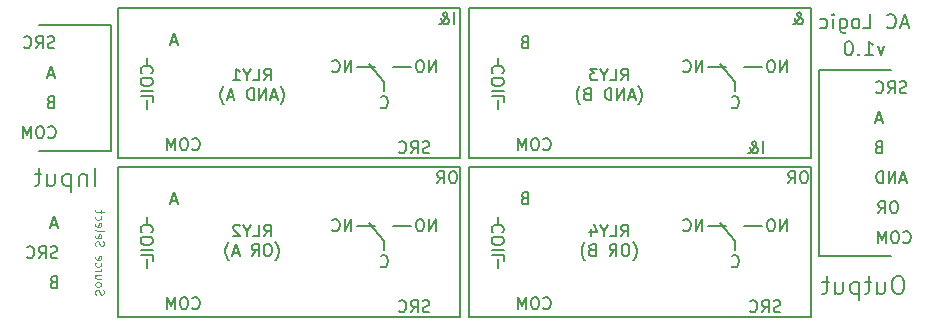
<source format=gbr>
G04 #@! TF.FileFunction,Legend,Bot*
%FSLAX46Y46*%
G04 Gerber Fmt 4.6, Leading zero omitted, Abs format (unit mm)*
G04 Created by KiCad (PCBNEW 4.0.7) date 02/04/19 17:51:41*
%MOMM*%
%LPD*%
G01*
G04 APERTURE LIST*
%ADD10C,0.100000*%
%ADD11C,0.200000*%
%ADD12C,0.150000*%
G04 APERTURE END LIST*
D10*
D11*
X121082286Y-90848571D02*
X121082286Y-89348571D01*
X120368000Y-89848571D02*
X120368000Y-90848571D01*
X120368000Y-89991429D02*
X120296572Y-89920000D01*
X120153714Y-89848571D01*
X119939429Y-89848571D01*
X119796572Y-89920000D01*
X119725143Y-90062857D01*
X119725143Y-90848571D01*
X119010857Y-89848571D02*
X119010857Y-91348571D01*
X119010857Y-89920000D02*
X118868000Y-89848571D01*
X118582286Y-89848571D01*
X118439429Y-89920000D01*
X118368000Y-89991429D01*
X118296571Y-90134286D01*
X118296571Y-90562857D01*
X118368000Y-90705714D01*
X118439429Y-90777143D01*
X118582286Y-90848571D01*
X118868000Y-90848571D01*
X119010857Y-90777143D01*
X117010857Y-89848571D02*
X117010857Y-90848571D01*
X117653714Y-89848571D02*
X117653714Y-90634286D01*
X117582286Y-90777143D01*
X117439428Y-90848571D01*
X117225143Y-90848571D01*
X117082286Y-90777143D01*
X117010857Y-90705714D01*
X116510857Y-89848571D02*
X115939428Y-89848571D01*
X116296571Y-89348571D02*
X116296571Y-90634286D01*
X116225143Y-90777143D01*
X116082285Y-90848571D01*
X115939428Y-90848571D01*
X189217715Y-98492571D02*
X188932001Y-98492571D01*
X188789143Y-98564000D01*
X188646286Y-98706857D01*
X188574858Y-98992571D01*
X188574858Y-99492571D01*
X188646286Y-99778286D01*
X188789143Y-99921143D01*
X188932001Y-99992571D01*
X189217715Y-99992571D01*
X189360572Y-99921143D01*
X189503429Y-99778286D01*
X189574858Y-99492571D01*
X189574858Y-98992571D01*
X189503429Y-98706857D01*
X189360572Y-98564000D01*
X189217715Y-98492571D01*
X187289143Y-98992571D02*
X187289143Y-99992571D01*
X187932000Y-98992571D02*
X187932000Y-99778286D01*
X187860572Y-99921143D01*
X187717714Y-99992571D01*
X187503429Y-99992571D01*
X187360572Y-99921143D01*
X187289143Y-99849714D01*
X186789143Y-98992571D02*
X186217714Y-98992571D01*
X186574857Y-98492571D02*
X186574857Y-99778286D01*
X186503429Y-99921143D01*
X186360571Y-99992571D01*
X186217714Y-99992571D01*
X185717714Y-98992571D02*
X185717714Y-100492571D01*
X185717714Y-99064000D02*
X185574857Y-98992571D01*
X185289143Y-98992571D01*
X185146286Y-99064000D01*
X185074857Y-99135429D01*
X185003428Y-99278286D01*
X185003428Y-99706857D01*
X185074857Y-99849714D01*
X185146286Y-99921143D01*
X185289143Y-99992571D01*
X185574857Y-99992571D01*
X185717714Y-99921143D01*
X183717714Y-98992571D02*
X183717714Y-99992571D01*
X184360571Y-98992571D02*
X184360571Y-99778286D01*
X184289143Y-99921143D01*
X184146285Y-99992571D01*
X183932000Y-99992571D01*
X183789143Y-99921143D01*
X183717714Y-99849714D01*
X183217714Y-98992571D02*
X182646285Y-98992571D01*
X183003428Y-98492571D02*
X183003428Y-99778286D01*
X182932000Y-99921143D01*
X182789142Y-99992571D01*
X182646285Y-99992571D01*
D12*
X187896285Y-78990857D02*
X187610571Y-79790857D01*
X187324857Y-78990857D01*
X186239142Y-79790857D02*
X186924857Y-79790857D01*
X186581999Y-79790857D02*
X186581999Y-78590857D01*
X186696285Y-78762286D01*
X186810571Y-78876571D01*
X186924857Y-78933714D01*
X185724857Y-79676571D02*
X185667714Y-79733714D01*
X185724857Y-79790857D01*
X185782000Y-79733714D01*
X185724857Y-79676571D01*
X185724857Y-79790857D01*
X184924856Y-78590857D02*
X184810571Y-78590857D01*
X184696285Y-78648000D01*
X184639142Y-78705143D01*
X184581999Y-78819429D01*
X184524856Y-79048000D01*
X184524856Y-79333714D01*
X184581999Y-79562286D01*
X184639142Y-79676571D01*
X184696285Y-79733714D01*
X184810571Y-79790857D01*
X184924856Y-79790857D01*
X185039142Y-79733714D01*
X185096285Y-79676571D01*
X185153428Y-79562286D01*
X185210571Y-79333714D01*
X185210571Y-79048000D01*
X185153428Y-78819429D01*
X185096285Y-78705143D01*
X185039142Y-78648000D01*
X184924856Y-78590857D01*
X189896286Y-77162000D02*
X189324857Y-77162000D01*
X190010571Y-77504857D02*
X189610571Y-76304857D01*
X189210571Y-77504857D01*
X188124857Y-77390571D02*
X188182000Y-77447714D01*
X188353429Y-77504857D01*
X188467715Y-77504857D01*
X188639143Y-77447714D01*
X188753429Y-77333429D01*
X188810572Y-77219143D01*
X188867715Y-76990571D01*
X188867715Y-76819143D01*
X188810572Y-76590571D01*
X188753429Y-76476286D01*
X188639143Y-76362000D01*
X188467715Y-76304857D01*
X188353429Y-76304857D01*
X188182000Y-76362000D01*
X188124857Y-76419143D01*
X186124857Y-77504857D02*
X186696286Y-77504857D01*
X186696286Y-76304857D01*
X185553428Y-77504857D02*
X185667714Y-77447714D01*
X185724857Y-77390571D01*
X185782000Y-77276286D01*
X185782000Y-76933429D01*
X185724857Y-76819143D01*
X185667714Y-76762000D01*
X185553428Y-76704857D01*
X185382000Y-76704857D01*
X185267714Y-76762000D01*
X185210571Y-76819143D01*
X185153428Y-76933429D01*
X185153428Y-77276286D01*
X185210571Y-77390571D01*
X185267714Y-77447714D01*
X185382000Y-77504857D01*
X185553428Y-77504857D01*
X184124857Y-76704857D02*
X184124857Y-77676286D01*
X184182000Y-77790571D01*
X184239143Y-77847714D01*
X184353428Y-77904857D01*
X184524857Y-77904857D01*
X184639143Y-77847714D01*
X184124857Y-77447714D02*
X184239143Y-77504857D01*
X184467714Y-77504857D01*
X184582000Y-77447714D01*
X184639143Y-77390571D01*
X184696286Y-77276286D01*
X184696286Y-76933429D01*
X184639143Y-76819143D01*
X184582000Y-76762000D01*
X184467714Y-76704857D01*
X184239143Y-76704857D01*
X184124857Y-76762000D01*
X183553429Y-77504857D02*
X183553429Y-76704857D01*
X183553429Y-76304857D02*
X183610572Y-76362000D01*
X183553429Y-76419143D01*
X183496286Y-76362000D01*
X183553429Y-76304857D01*
X183553429Y-76419143D01*
X182467714Y-77447714D02*
X182582000Y-77504857D01*
X182810571Y-77504857D01*
X182924857Y-77447714D01*
X182982000Y-77390571D01*
X183039143Y-77276286D01*
X183039143Y-76933429D01*
X182982000Y-76819143D01*
X182924857Y-76762000D01*
X182810571Y-76704857D01*
X182582000Y-76704857D01*
X182467714Y-76762000D01*
D11*
X182372000Y-81026000D02*
X188468000Y-81026000D01*
X182372000Y-96774000D02*
X182372000Y-81026000D01*
X188468000Y-96774000D02*
X182372000Y-96774000D01*
X122428000Y-87884000D02*
X116332000Y-87884000D01*
X122428000Y-77216000D02*
X122428000Y-87884000D01*
X116332000Y-77216000D02*
X122428000Y-77216000D01*
D10*
X121128667Y-100053333D02*
X121095333Y-99953333D01*
X121095333Y-99786666D01*
X121128667Y-99719999D01*
X121162000Y-99686666D01*
X121228667Y-99653333D01*
X121295333Y-99653333D01*
X121362000Y-99686666D01*
X121395333Y-99719999D01*
X121428667Y-99786666D01*
X121462000Y-99919999D01*
X121495333Y-99986666D01*
X121528667Y-100019999D01*
X121595333Y-100053333D01*
X121662000Y-100053333D01*
X121728667Y-100019999D01*
X121762000Y-99986666D01*
X121795333Y-99919999D01*
X121795333Y-99753333D01*
X121762000Y-99653333D01*
X121095333Y-99253332D02*
X121128667Y-99319999D01*
X121162000Y-99353332D01*
X121228667Y-99386666D01*
X121428667Y-99386666D01*
X121495333Y-99353332D01*
X121528667Y-99319999D01*
X121562000Y-99253332D01*
X121562000Y-99153332D01*
X121528667Y-99086666D01*
X121495333Y-99053332D01*
X121428667Y-99019999D01*
X121228667Y-99019999D01*
X121162000Y-99053332D01*
X121128667Y-99086666D01*
X121095333Y-99153332D01*
X121095333Y-99253332D01*
X121562000Y-98419999D02*
X121095333Y-98419999D01*
X121562000Y-98719999D02*
X121195333Y-98719999D01*
X121128667Y-98686666D01*
X121095333Y-98619999D01*
X121095333Y-98519999D01*
X121128667Y-98453333D01*
X121162000Y-98419999D01*
X121095333Y-98086666D02*
X121562000Y-98086666D01*
X121428667Y-98086666D02*
X121495333Y-98053333D01*
X121528667Y-98020000D01*
X121562000Y-97953333D01*
X121562000Y-97886666D01*
X121128667Y-97353333D02*
X121095333Y-97420000D01*
X121095333Y-97553333D01*
X121128667Y-97620000D01*
X121162000Y-97653333D01*
X121228667Y-97686667D01*
X121428667Y-97686667D01*
X121495333Y-97653333D01*
X121528667Y-97620000D01*
X121562000Y-97553333D01*
X121562000Y-97420000D01*
X121528667Y-97353333D01*
X121128667Y-96786667D02*
X121095333Y-96853333D01*
X121095333Y-96986667D01*
X121128667Y-97053333D01*
X121195333Y-97086667D01*
X121462000Y-97086667D01*
X121528667Y-97053333D01*
X121562000Y-96986667D01*
X121562000Y-96853333D01*
X121528667Y-96786667D01*
X121462000Y-96753333D01*
X121395333Y-96753333D01*
X121328667Y-97086667D01*
X121128667Y-95953334D02*
X121095333Y-95853334D01*
X121095333Y-95686667D01*
X121128667Y-95620000D01*
X121162000Y-95586667D01*
X121228667Y-95553334D01*
X121295333Y-95553334D01*
X121362000Y-95586667D01*
X121395333Y-95620000D01*
X121428667Y-95686667D01*
X121462000Y-95820000D01*
X121495333Y-95886667D01*
X121528667Y-95920000D01*
X121595333Y-95953334D01*
X121662000Y-95953334D01*
X121728667Y-95920000D01*
X121762000Y-95886667D01*
X121795333Y-95820000D01*
X121795333Y-95653334D01*
X121762000Y-95553334D01*
X121128667Y-94986667D02*
X121095333Y-95053333D01*
X121095333Y-95186667D01*
X121128667Y-95253333D01*
X121195333Y-95286667D01*
X121462000Y-95286667D01*
X121528667Y-95253333D01*
X121562000Y-95186667D01*
X121562000Y-95053333D01*
X121528667Y-94986667D01*
X121462000Y-94953333D01*
X121395333Y-94953333D01*
X121328667Y-95286667D01*
X121095333Y-94553333D02*
X121128667Y-94620000D01*
X121195333Y-94653333D01*
X121795333Y-94653333D01*
X121128667Y-94020000D02*
X121095333Y-94086666D01*
X121095333Y-94220000D01*
X121128667Y-94286666D01*
X121195333Y-94320000D01*
X121462000Y-94320000D01*
X121528667Y-94286666D01*
X121562000Y-94220000D01*
X121562000Y-94086666D01*
X121528667Y-94020000D01*
X121462000Y-93986666D01*
X121395333Y-93986666D01*
X121328667Y-94320000D01*
X121128667Y-93386666D02*
X121095333Y-93453333D01*
X121095333Y-93586666D01*
X121128667Y-93653333D01*
X121162000Y-93686666D01*
X121228667Y-93720000D01*
X121428667Y-93720000D01*
X121495333Y-93686666D01*
X121528667Y-93653333D01*
X121562000Y-93586666D01*
X121562000Y-93453333D01*
X121528667Y-93386666D01*
X121562000Y-93186666D02*
X121562000Y-92920000D01*
X121795333Y-93086666D02*
X121195333Y-93086666D01*
X121128667Y-93053333D01*
X121095333Y-92986666D01*
X121095333Y-92920000D01*
D12*
X188809238Y-92162381D02*
X188618761Y-92162381D01*
X188523523Y-92210000D01*
X188428285Y-92305238D01*
X188380666Y-92495714D01*
X188380666Y-92829048D01*
X188428285Y-93019524D01*
X188523523Y-93114762D01*
X188618761Y-93162381D01*
X188809238Y-93162381D01*
X188904476Y-93114762D01*
X188999714Y-93019524D01*
X189047333Y-92829048D01*
X189047333Y-92495714D01*
X188999714Y-92305238D01*
X188904476Y-92210000D01*
X188809238Y-92162381D01*
X187380666Y-93162381D02*
X187714000Y-92686190D01*
X187952095Y-93162381D02*
X187952095Y-92162381D01*
X187571142Y-92162381D01*
X187475904Y-92210000D01*
X187428285Y-92257619D01*
X187380666Y-92352857D01*
X187380666Y-92495714D01*
X187428285Y-92590952D01*
X187475904Y-92638571D01*
X187571142Y-92686190D01*
X187952095Y-92686190D01*
X189729905Y-90336667D02*
X189253714Y-90336667D01*
X189825143Y-90622381D02*
X189491810Y-89622381D01*
X189158476Y-90622381D01*
X188825143Y-90622381D02*
X188825143Y-89622381D01*
X188253714Y-90622381D01*
X188253714Y-89622381D01*
X187777524Y-90622381D02*
X187777524Y-89622381D01*
X187539429Y-89622381D01*
X187396571Y-89670000D01*
X187301333Y-89765238D01*
X187253714Y-89860476D01*
X187206095Y-90050952D01*
X187206095Y-90193810D01*
X187253714Y-90384286D01*
X187301333Y-90479524D01*
X187396571Y-90574762D01*
X187539429Y-90622381D01*
X187777524Y-90622381D01*
X187380571Y-87558571D02*
X187237714Y-87606190D01*
X187190095Y-87653810D01*
X187142476Y-87749048D01*
X187142476Y-87891905D01*
X187190095Y-87987143D01*
X187237714Y-88034762D01*
X187332952Y-88082381D01*
X187713905Y-88082381D01*
X187713905Y-87082381D01*
X187380571Y-87082381D01*
X187285333Y-87130000D01*
X187237714Y-87177619D01*
X187190095Y-87272857D01*
X187190095Y-87368095D01*
X187237714Y-87463333D01*
X187285333Y-87510952D01*
X187380571Y-87558571D01*
X187713905Y-87558571D01*
X187690095Y-85256667D02*
X187213904Y-85256667D01*
X187785333Y-85542381D02*
X187452000Y-84542381D01*
X187118666Y-85542381D01*
X189507714Y-95607143D02*
X189555333Y-95654762D01*
X189698190Y-95702381D01*
X189793428Y-95702381D01*
X189936286Y-95654762D01*
X190031524Y-95559524D01*
X190079143Y-95464286D01*
X190126762Y-95273810D01*
X190126762Y-95130952D01*
X190079143Y-94940476D01*
X190031524Y-94845238D01*
X189936286Y-94750000D01*
X189793428Y-94702381D01*
X189698190Y-94702381D01*
X189555333Y-94750000D01*
X189507714Y-94797619D01*
X188888667Y-94702381D02*
X188698190Y-94702381D01*
X188602952Y-94750000D01*
X188507714Y-94845238D01*
X188460095Y-95035714D01*
X188460095Y-95369048D01*
X188507714Y-95559524D01*
X188602952Y-95654762D01*
X188698190Y-95702381D01*
X188888667Y-95702381D01*
X188983905Y-95654762D01*
X189079143Y-95559524D01*
X189126762Y-95369048D01*
X189126762Y-95035714D01*
X189079143Y-94845238D01*
X188983905Y-94750000D01*
X188888667Y-94702381D01*
X188031524Y-95702381D02*
X188031524Y-94702381D01*
X187698190Y-95416667D01*
X187364857Y-94702381D01*
X187364857Y-95702381D01*
X189753714Y-82954762D02*
X189610857Y-83002381D01*
X189372761Y-83002381D01*
X189277523Y-82954762D01*
X189229904Y-82907143D01*
X189182285Y-82811905D01*
X189182285Y-82716667D01*
X189229904Y-82621429D01*
X189277523Y-82573810D01*
X189372761Y-82526190D01*
X189563238Y-82478571D01*
X189658476Y-82430952D01*
X189706095Y-82383333D01*
X189753714Y-82288095D01*
X189753714Y-82192857D01*
X189706095Y-82097619D01*
X189658476Y-82050000D01*
X189563238Y-82002381D01*
X189325142Y-82002381D01*
X189182285Y-82050000D01*
X188182285Y-83002381D02*
X188515619Y-82526190D01*
X188753714Y-83002381D02*
X188753714Y-82002381D01*
X188372761Y-82002381D01*
X188277523Y-82050000D01*
X188229904Y-82097619D01*
X188182285Y-82192857D01*
X188182285Y-82335714D01*
X188229904Y-82430952D01*
X188277523Y-82478571D01*
X188372761Y-82526190D01*
X188753714Y-82526190D01*
X187182285Y-82907143D02*
X187229904Y-82954762D01*
X187372761Y-83002381D01*
X187467999Y-83002381D01*
X187610857Y-82954762D01*
X187706095Y-82859524D01*
X187753714Y-82764286D01*
X187801333Y-82573810D01*
X187801333Y-82430952D01*
X187753714Y-82240476D01*
X187706095Y-82145238D01*
X187610857Y-82050000D01*
X187467999Y-82002381D01*
X187372761Y-82002381D01*
X187229904Y-82050000D01*
X187182285Y-82097619D01*
X117840095Y-94146667D02*
X117363904Y-94146667D01*
X117935333Y-94432381D02*
X117602000Y-93432381D01*
X117268666Y-94432381D01*
X117530571Y-98988571D02*
X117387714Y-99036190D01*
X117340095Y-99083810D01*
X117292476Y-99179048D01*
X117292476Y-99321905D01*
X117340095Y-99417143D01*
X117387714Y-99464762D01*
X117482952Y-99512381D01*
X117863905Y-99512381D01*
X117863905Y-98512381D01*
X117530571Y-98512381D01*
X117435333Y-98560000D01*
X117387714Y-98607619D01*
X117340095Y-98702857D01*
X117340095Y-98798095D01*
X117387714Y-98893333D01*
X117435333Y-98940952D01*
X117530571Y-98988571D01*
X117863905Y-98988571D01*
X117871714Y-96924762D02*
X117728857Y-96972381D01*
X117490761Y-96972381D01*
X117395523Y-96924762D01*
X117347904Y-96877143D01*
X117300285Y-96781905D01*
X117300285Y-96686667D01*
X117347904Y-96591429D01*
X117395523Y-96543810D01*
X117490761Y-96496190D01*
X117681238Y-96448571D01*
X117776476Y-96400952D01*
X117824095Y-96353333D01*
X117871714Y-96258095D01*
X117871714Y-96162857D01*
X117824095Y-96067619D01*
X117776476Y-96020000D01*
X117681238Y-95972381D01*
X117443142Y-95972381D01*
X117300285Y-96020000D01*
X116300285Y-96972381D02*
X116633619Y-96496190D01*
X116871714Y-96972381D02*
X116871714Y-95972381D01*
X116490761Y-95972381D01*
X116395523Y-96020000D01*
X116347904Y-96067619D01*
X116300285Y-96162857D01*
X116300285Y-96305714D01*
X116347904Y-96400952D01*
X116395523Y-96448571D01*
X116490761Y-96496190D01*
X116871714Y-96496190D01*
X115300285Y-96877143D02*
X115347904Y-96924762D01*
X115490761Y-96972381D01*
X115585999Y-96972381D01*
X115728857Y-96924762D01*
X115824095Y-96829524D01*
X115871714Y-96734286D01*
X115919333Y-96543810D01*
X115919333Y-96400952D01*
X115871714Y-96210476D01*
X115824095Y-96115238D01*
X115728857Y-96020000D01*
X115585999Y-95972381D01*
X115490761Y-95972381D01*
X115347904Y-96020000D01*
X115300285Y-96067619D01*
X117617714Y-79144762D02*
X117474857Y-79192381D01*
X117236761Y-79192381D01*
X117141523Y-79144762D01*
X117093904Y-79097143D01*
X117046285Y-79001905D01*
X117046285Y-78906667D01*
X117093904Y-78811429D01*
X117141523Y-78763810D01*
X117236761Y-78716190D01*
X117427238Y-78668571D01*
X117522476Y-78620952D01*
X117570095Y-78573333D01*
X117617714Y-78478095D01*
X117617714Y-78382857D01*
X117570095Y-78287619D01*
X117522476Y-78240000D01*
X117427238Y-78192381D01*
X117189142Y-78192381D01*
X117046285Y-78240000D01*
X116046285Y-79192381D02*
X116379619Y-78716190D01*
X116617714Y-79192381D02*
X116617714Y-78192381D01*
X116236761Y-78192381D01*
X116141523Y-78240000D01*
X116093904Y-78287619D01*
X116046285Y-78382857D01*
X116046285Y-78525714D01*
X116093904Y-78620952D01*
X116141523Y-78668571D01*
X116236761Y-78716190D01*
X116617714Y-78716190D01*
X115046285Y-79097143D02*
X115093904Y-79144762D01*
X115236761Y-79192381D01*
X115331999Y-79192381D01*
X115474857Y-79144762D01*
X115570095Y-79049524D01*
X115617714Y-78954286D01*
X115665333Y-78763810D01*
X115665333Y-78620952D01*
X115617714Y-78430476D01*
X115570095Y-78335238D01*
X115474857Y-78240000D01*
X115331999Y-78192381D01*
X115236761Y-78192381D01*
X115093904Y-78240000D01*
X115046285Y-78287619D01*
X117586095Y-81446667D02*
X117109904Y-81446667D01*
X117681333Y-81732381D02*
X117348000Y-80732381D01*
X117014666Y-81732381D01*
X117276571Y-83748571D02*
X117133714Y-83796190D01*
X117086095Y-83843810D01*
X117038476Y-83939048D01*
X117038476Y-84081905D01*
X117086095Y-84177143D01*
X117133714Y-84224762D01*
X117228952Y-84272381D01*
X117609905Y-84272381D01*
X117609905Y-83272381D01*
X117276571Y-83272381D01*
X117181333Y-83320000D01*
X117133714Y-83367619D01*
X117086095Y-83462857D01*
X117086095Y-83558095D01*
X117133714Y-83653333D01*
X117181333Y-83700952D01*
X117276571Y-83748571D01*
X117609905Y-83748571D01*
X117117714Y-86717143D02*
X117165333Y-86764762D01*
X117308190Y-86812381D01*
X117403428Y-86812381D01*
X117546286Y-86764762D01*
X117641524Y-86669524D01*
X117689143Y-86574286D01*
X117736762Y-86383810D01*
X117736762Y-86240952D01*
X117689143Y-86050476D01*
X117641524Y-85955238D01*
X117546286Y-85860000D01*
X117403428Y-85812381D01*
X117308190Y-85812381D01*
X117165333Y-85860000D01*
X117117714Y-85907619D01*
X116498667Y-85812381D02*
X116308190Y-85812381D01*
X116212952Y-85860000D01*
X116117714Y-85955238D01*
X116070095Y-86145714D01*
X116070095Y-86479048D01*
X116117714Y-86669524D01*
X116212952Y-86764762D01*
X116308190Y-86812381D01*
X116498667Y-86812381D01*
X116593905Y-86764762D01*
X116689143Y-86669524D01*
X116736762Y-86479048D01*
X116736762Y-86145714D01*
X116689143Y-85955238D01*
X116593905Y-85860000D01*
X116498667Y-85812381D01*
X115641524Y-86812381D02*
X115641524Y-85812381D01*
X115308190Y-86526667D01*
X114974857Y-85812381D01*
X114974857Y-86812381D01*
X177657047Y-88082381D02*
X177657047Y-87082381D01*
X176371333Y-88082381D02*
X176418952Y-88082381D01*
X176514190Y-88034762D01*
X176657047Y-87891905D01*
X176895142Y-87606190D01*
X176990381Y-87463333D01*
X177038000Y-87320476D01*
X177038000Y-87225238D01*
X176990381Y-87130000D01*
X176895142Y-87082381D01*
X176847523Y-87082381D01*
X176752285Y-87130000D01*
X176704666Y-87225238D01*
X176704666Y-87272857D01*
X176752285Y-87368095D01*
X176799904Y-87415714D01*
X177085619Y-87606190D01*
X177133238Y-87653810D01*
X177180857Y-87749048D01*
X177180857Y-87891905D01*
X177133238Y-87987143D01*
X177085619Y-88034762D01*
X176990381Y-88082381D01*
X176847523Y-88082381D01*
X176752285Y-88034762D01*
X176704666Y-87987143D01*
X176561809Y-87796667D01*
X176514190Y-87653810D01*
X176514190Y-87558571D01*
X179085714Y-101496762D02*
X178942857Y-101544381D01*
X178704761Y-101544381D01*
X178609523Y-101496762D01*
X178561904Y-101449143D01*
X178514285Y-101353905D01*
X178514285Y-101258667D01*
X178561904Y-101163429D01*
X178609523Y-101115810D01*
X178704761Y-101068190D01*
X178895238Y-101020571D01*
X178990476Y-100972952D01*
X179038095Y-100925333D01*
X179085714Y-100830095D01*
X179085714Y-100734857D01*
X179038095Y-100639619D01*
X178990476Y-100592000D01*
X178895238Y-100544381D01*
X178657142Y-100544381D01*
X178514285Y-100592000D01*
X177514285Y-101544381D02*
X177847619Y-101068190D01*
X178085714Y-101544381D02*
X178085714Y-100544381D01*
X177704761Y-100544381D01*
X177609523Y-100592000D01*
X177561904Y-100639619D01*
X177514285Y-100734857D01*
X177514285Y-100877714D01*
X177561904Y-100972952D01*
X177609523Y-101020571D01*
X177704761Y-101068190D01*
X178085714Y-101068190D01*
X176514285Y-101449143D02*
X176561904Y-101496762D01*
X176704761Y-101544381D01*
X176799999Y-101544381D01*
X176942857Y-101496762D01*
X177038095Y-101401524D01*
X177085714Y-101306286D01*
X177133333Y-101115810D01*
X177133333Y-100972952D01*
X177085714Y-100782476D01*
X177038095Y-100687238D01*
X176942857Y-100592000D01*
X176799999Y-100544381D01*
X176704761Y-100544381D01*
X176561904Y-100592000D01*
X176514285Y-100639619D01*
X149367714Y-101496762D02*
X149224857Y-101544381D01*
X148986761Y-101544381D01*
X148891523Y-101496762D01*
X148843904Y-101449143D01*
X148796285Y-101353905D01*
X148796285Y-101258667D01*
X148843904Y-101163429D01*
X148891523Y-101115810D01*
X148986761Y-101068190D01*
X149177238Y-101020571D01*
X149272476Y-100972952D01*
X149320095Y-100925333D01*
X149367714Y-100830095D01*
X149367714Y-100734857D01*
X149320095Y-100639619D01*
X149272476Y-100592000D01*
X149177238Y-100544381D01*
X148939142Y-100544381D01*
X148796285Y-100592000D01*
X147796285Y-101544381D02*
X148129619Y-101068190D01*
X148367714Y-101544381D02*
X148367714Y-100544381D01*
X147986761Y-100544381D01*
X147891523Y-100592000D01*
X147843904Y-100639619D01*
X147796285Y-100734857D01*
X147796285Y-100877714D01*
X147843904Y-100972952D01*
X147891523Y-101020571D01*
X147986761Y-101068190D01*
X148367714Y-101068190D01*
X146796285Y-101449143D02*
X146843904Y-101496762D01*
X146986761Y-101544381D01*
X147081999Y-101544381D01*
X147224857Y-101496762D01*
X147320095Y-101401524D01*
X147367714Y-101306286D01*
X147415333Y-101115810D01*
X147415333Y-100972952D01*
X147367714Y-100782476D01*
X147320095Y-100687238D01*
X147224857Y-100592000D01*
X147081999Y-100544381D01*
X146986761Y-100544381D01*
X146843904Y-100592000D01*
X146796285Y-100639619D01*
X149367714Y-88034762D02*
X149224857Y-88082381D01*
X148986761Y-88082381D01*
X148891523Y-88034762D01*
X148843904Y-87987143D01*
X148796285Y-87891905D01*
X148796285Y-87796667D01*
X148843904Y-87701429D01*
X148891523Y-87653810D01*
X148986761Y-87606190D01*
X149177238Y-87558571D01*
X149272476Y-87510952D01*
X149320095Y-87463333D01*
X149367714Y-87368095D01*
X149367714Y-87272857D01*
X149320095Y-87177619D01*
X149272476Y-87130000D01*
X149177238Y-87082381D01*
X148939142Y-87082381D01*
X148796285Y-87130000D01*
X147796285Y-88082381D02*
X148129619Y-87606190D01*
X148367714Y-88082381D02*
X148367714Y-87082381D01*
X147986761Y-87082381D01*
X147891523Y-87130000D01*
X147843904Y-87177619D01*
X147796285Y-87272857D01*
X147796285Y-87415714D01*
X147843904Y-87510952D01*
X147891523Y-87558571D01*
X147986761Y-87606190D01*
X148367714Y-87606190D01*
X146796285Y-87987143D02*
X146843904Y-88034762D01*
X146986761Y-88082381D01*
X147081999Y-88082381D01*
X147224857Y-88034762D01*
X147320095Y-87939524D01*
X147367714Y-87844286D01*
X147415333Y-87653810D01*
X147415333Y-87510952D01*
X147367714Y-87320476D01*
X147320095Y-87225238D01*
X147224857Y-87130000D01*
X147081999Y-87082381D01*
X146986761Y-87082381D01*
X146843904Y-87130000D01*
X146796285Y-87177619D01*
D11*
X155194000Y-83566000D02*
X155194000Y-84328000D01*
X155194000Y-97028000D02*
X155194000Y-97790000D01*
X125476000Y-97028000D02*
X125476000Y-97790000D01*
X125476000Y-93980000D02*
X125476000Y-93472000D01*
X155194000Y-93980000D02*
X155194000Y-93472000D01*
X155194000Y-80518000D02*
X155194000Y-80010000D01*
X125476000Y-83566000D02*
X125476000Y-84328000D01*
X125476000Y-80518000D02*
X125476000Y-80010000D01*
X147828000Y-80772000D02*
X146304000Y-80772000D01*
X145542000Y-82804000D02*
X145542000Y-82042000D01*
X145542000Y-82042000D02*
X144272000Y-80518000D01*
X143256000Y-80772000D02*
X144780000Y-80772000D01*
X177546000Y-80772000D02*
X176022000Y-80772000D01*
X175260000Y-82804000D02*
X175260000Y-82042000D01*
X175260000Y-82042000D02*
X173990000Y-80518000D01*
X172974000Y-80772000D02*
X174498000Y-80772000D01*
X177546000Y-94234000D02*
X176022000Y-94234000D01*
X175260000Y-96266000D02*
X175260000Y-95504000D01*
X175260000Y-95504000D02*
X173990000Y-93980000D01*
X172974000Y-94234000D02*
X174498000Y-94234000D01*
X145542000Y-95504000D02*
X144272000Y-93980000D01*
X145542000Y-96266000D02*
X145542000Y-95504000D01*
X147828000Y-94234000D02*
X146304000Y-94234000D01*
X143256000Y-94234000D02*
X144780000Y-94234000D01*
D12*
X151495047Y-77160381D02*
X151495047Y-76160381D01*
X150209333Y-77160381D02*
X150256952Y-77160381D01*
X150352190Y-77112762D01*
X150495047Y-76969905D01*
X150733142Y-76684190D01*
X150828381Y-76541333D01*
X150876000Y-76398476D01*
X150876000Y-76303238D01*
X150828381Y-76208000D01*
X150733142Y-76160381D01*
X150685523Y-76160381D01*
X150590285Y-76208000D01*
X150542666Y-76303238D01*
X150542666Y-76350857D01*
X150590285Y-76446095D01*
X150637904Y-76493714D01*
X150923619Y-76684190D01*
X150971238Y-76731810D01*
X151018857Y-76827048D01*
X151018857Y-76969905D01*
X150971238Y-77065143D01*
X150923619Y-77112762D01*
X150828381Y-77160381D01*
X150685523Y-77160381D01*
X150590285Y-77112762D01*
X150542666Y-77065143D01*
X150399809Y-76874667D01*
X150352190Y-76731810D01*
X150352190Y-76636571D01*
X180165428Y-77160381D02*
X180213047Y-77160381D01*
X180308285Y-77112762D01*
X180451142Y-76969905D01*
X180689237Y-76684190D01*
X180784476Y-76541333D01*
X180832095Y-76398476D01*
X180832095Y-76303238D01*
X180784476Y-76208000D01*
X180689237Y-76160381D01*
X180641618Y-76160381D01*
X180546380Y-76208000D01*
X180498761Y-76303238D01*
X180498761Y-76350857D01*
X180546380Y-76446095D01*
X180593999Y-76493714D01*
X180879714Y-76684190D01*
X180927333Y-76731810D01*
X180974952Y-76827048D01*
X180974952Y-76969905D01*
X180927333Y-77065143D01*
X180879714Y-77112762D01*
X180784476Y-77160381D01*
X180641618Y-77160381D01*
X180546380Y-77112762D01*
X180498761Y-77065143D01*
X180355904Y-76874667D01*
X180308285Y-76731810D01*
X180308285Y-76636571D01*
X151471238Y-89622381D02*
X151280761Y-89622381D01*
X151185523Y-89670000D01*
X151090285Y-89765238D01*
X151042666Y-89955714D01*
X151042666Y-90289048D01*
X151090285Y-90479524D01*
X151185523Y-90574762D01*
X151280761Y-90622381D01*
X151471238Y-90622381D01*
X151566476Y-90574762D01*
X151661714Y-90479524D01*
X151709333Y-90289048D01*
X151709333Y-89955714D01*
X151661714Y-89765238D01*
X151566476Y-89670000D01*
X151471238Y-89622381D01*
X150042666Y-90622381D02*
X150376000Y-90146190D01*
X150614095Y-90622381D02*
X150614095Y-89622381D01*
X150233142Y-89622381D01*
X150137904Y-89670000D01*
X150090285Y-89717619D01*
X150042666Y-89812857D01*
X150042666Y-89955714D01*
X150090285Y-90050952D01*
X150137904Y-90098571D01*
X150233142Y-90146190D01*
X150614095Y-90146190D01*
X181189238Y-89622381D02*
X180998761Y-89622381D01*
X180903523Y-89670000D01*
X180808285Y-89765238D01*
X180760666Y-89955714D01*
X180760666Y-90289048D01*
X180808285Y-90479524D01*
X180903523Y-90574762D01*
X180998761Y-90622381D01*
X181189238Y-90622381D01*
X181284476Y-90574762D01*
X181379714Y-90479524D01*
X181427333Y-90289048D01*
X181427333Y-89955714D01*
X181379714Y-89765238D01*
X181284476Y-89670000D01*
X181189238Y-89622381D01*
X179760666Y-90622381D02*
X180094000Y-90146190D01*
X180332095Y-90622381D02*
X180332095Y-89622381D01*
X179951142Y-89622381D01*
X179855904Y-89670000D01*
X179808285Y-89717619D01*
X179760666Y-89812857D01*
X179760666Y-89955714D01*
X179808285Y-90050952D01*
X179855904Y-90098571D01*
X179951142Y-90146190D01*
X180332095Y-90146190D01*
X128000095Y-78652667D02*
X127523904Y-78652667D01*
X128095333Y-78938381D02*
X127762000Y-77938381D01*
X127428666Y-78938381D01*
X128000095Y-92114667D02*
X127523904Y-92114667D01*
X128095333Y-92400381D02*
X127762000Y-91400381D01*
X127428666Y-92400381D01*
X157408571Y-91876571D02*
X157265714Y-91924190D01*
X157218095Y-91971810D01*
X157170476Y-92067048D01*
X157170476Y-92209905D01*
X157218095Y-92305143D01*
X157265714Y-92352762D01*
X157360952Y-92400381D01*
X157741905Y-92400381D01*
X157741905Y-91400381D01*
X157408571Y-91400381D01*
X157313333Y-91448000D01*
X157265714Y-91495619D01*
X157218095Y-91590857D01*
X157218095Y-91686095D01*
X157265714Y-91781333D01*
X157313333Y-91828952D01*
X157408571Y-91876571D01*
X157741905Y-91876571D01*
X157408571Y-78668571D02*
X157265714Y-78716190D01*
X157218095Y-78763810D01*
X157170476Y-78859048D01*
X157170476Y-79001905D01*
X157218095Y-79097143D01*
X157265714Y-79144762D01*
X157360952Y-79192381D01*
X157741905Y-79192381D01*
X157741905Y-78192381D01*
X157408571Y-78192381D01*
X157313333Y-78240000D01*
X157265714Y-78287619D01*
X157218095Y-78382857D01*
X157218095Y-78478095D01*
X157265714Y-78573333D01*
X157313333Y-78620952D01*
X157408571Y-78668571D01*
X157741905Y-78668571D01*
X159027714Y-87733143D02*
X159075333Y-87780762D01*
X159218190Y-87828381D01*
X159313428Y-87828381D01*
X159456286Y-87780762D01*
X159551524Y-87685524D01*
X159599143Y-87590286D01*
X159646762Y-87399810D01*
X159646762Y-87256952D01*
X159599143Y-87066476D01*
X159551524Y-86971238D01*
X159456286Y-86876000D01*
X159313428Y-86828381D01*
X159218190Y-86828381D01*
X159075333Y-86876000D01*
X159027714Y-86923619D01*
X158408667Y-86828381D02*
X158218190Y-86828381D01*
X158122952Y-86876000D01*
X158027714Y-86971238D01*
X157980095Y-87161714D01*
X157980095Y-87495048D01*
X158027714Y-87685524D01*
X158122952Y-87780762D01*
X158218190Y-87828381D01*
X158408667Y-87828381D01*
X158503905Y-87780762D01*
X158599143Y-87685524D01*
X158646762Y-87495048D01*
X158646762Y-87161714D01*
X158599143Y-86971238D01*
X158503905Y-86876000D01*
X158408667Y-86828381D01*
X157551524Y-87828381D02*
X157551524Y-86828381D01*
X157218190Y-87542667D01*
X156884857Y-86828381D01*
X156884857Y-87828381D01*
X129309714Y-87733143D02*
X129357333Y-87780762D01*
X129500190Y-87828381D01*
X129595428Y-87828381D01*
X129738286Y-87780762D01*
X129833524Y-87685524D01*
X129881143Y-87590286D01*
X129928762Y-87399810D01*
X129928762Y-87256952D01*
X129881143Y-87066476D01*
X129833524Y-86971238D01*
X129738286Y-86876000D01*
X129595428Y-86828381D01*
X129500190Y-86828381D01*
X129357333Y-86876000D01*
X129309714Y-86923619D01*
X128690667Y-86828381D02*
X128500190Y-86828381D01*
X128404952Y-86876000D01*
X128309714Y-86971238D01*
X128262095Y-87161714D01*
X128262095Y-87495048D01*
X128309714Y-87685524D01*
X128404952Y-87780762D01*
X128500190Y-87828381D01*
X128690667Y-87828381D01*
X128785905Y-87780762D01*
X128881143Y-87685524D01*
X128928762Y-87495048D01*
X128928762Y-87161714D01*
X128881143Y-86971238D01*
X128785905Y-86876000D01*
X128690667Y-86828381D01*
X127833524Y-87828381D02*
X127833524Y-86828381D01*
X127500190Y-87542667D01*
X127166857Y-86828381D01*
X127166857Y-87828381D01*
X129309714Y-101195143D02*
X129357333Y-101242762D01*
X129500190Y-101290381D01*
X129595428Y-101290381D01*
X129738286Y-101242762D01*
X129833524Y-101147524D01*
X129881143Y-101052286D01*
X129928762Y-100861810D01*
X129928762Y-100718952D01*
X129881143Y-100528476D01*
X129833524Y-100433238D01*
X129738286Y-100338000D01*
X129595428Y-100290381D01*
X129500190Y-100290381D01*
X129357333Y-100338000D01*
X129309714Y-100385619D01*
X128690667Y-100290381D02*
X128500190Y-100290381D01*
X128404952Y-100338000D01*
X128309714Y-100433238D01*
X128262095Y-100623714D01*
X128262095Y-100957048D01*
X128309714Y-101147524D01*
X128404952Y-101242762D01*
X128500190Y-101290381D01*
X128690667Y-101290381D01*
X128785905Y-101242762D01*
X128881143Y-101147524D01*
X128928762Y-100957048D01*
X128928762Y-100623714D01*
X128881143Y-100433238D01*
X128785905Y-100338000D01*
X128690667Y-100290381D01*
X127833524Y-101290381D02*
X127833524Y-100290381D01*
X127500190Y-101004667D01*
X127166857Y-100290381D01*
X127166857Y-101290381D01*
X159027714Y-101195143D02*
X159075333Y-101242762D01*
X159218190Y-101290381D01*
X159313428Y-101290381D01*
X159456286Y-101242762D01*
X159551524Y-101147524D01*
X159599143Y-101052286D01*
X159646762Y-100861810D01*
X159646762Y-100718952D01*
X159599143Y-100528476D01*
X159551524Y-100433238D01*
X159456286Y-100338000D01*
X159313428Y-100290381D01*
X159218190Y-100290381D01*
X159075333Y-100338000D01*
X159027714Y-100385619D01*
X158408667Y-100290381D02*
X158218190Y-100290381D01*
X158122952Y-100338000D01*
X158027714Y-100433238D01*
X157980095Y-100623714D01*
X157980095Y-100957048D01*
X158027714Y-101147524D01*
X158122952Y-101242762D01*
X158218190Y-101290381D01*
X158408667Y-101290381D01*
X158503905Y-101242762D01*
X158599143Y-101147524D01*
X158646762Y-100957048D01*
X158646762Y-100623714D01*
X158599143Y-100433238D01*
X158503905Y-100338000D01*
X158408667Y-100290381D01*
X157551524Y-101290381D02*
X157551524Y-100290381D01*
X157218190Y-101004667D01*
X156884857Y-100290381D01*
X156884857Y-101290381D01*
X165592000Y-81923381D02*
X165925334Y-81447190D01*
X166163429Y-81923381D02*
X166163429Y-80923381D01*
X165782476Y-80923381D01*
X165687238Y-80971000D01*
X165639619Y-81018619D01*
X165592000Y-81113857D01*
X165592000Y-81256714D01*
X165639619Y-81351952D01*
X165687238Y-81399571D01*
X165782476Y-81447190D01*
X166163429Y-81447190D01*
X164687238Y-81923381D02*
X165163429Y-81923381D01*
X165163429Y-80923381D01*
X164163429Y-81447190D02*
X164163429Y-81923381D01*
X164496762Y-80923381D02*
X164163429Y-81447190D01*
X163830095Y-80923381D01*
X163592000Y-80923381D02*
X162972952Y-80923381D01*
X163306286Y-81304333D01*
X163163428Y-81304333D01*
X163068190Y-81351952D01*
X163020571Y-81399571D01*
X162972952Y-81494810D01*
X162972952Y-81732905D01*
X163020571Y-81828143D01*
X163068190Y-81875762D01*
X163163428Y-81923381D01*
X163449143Y-81923381D01*
X163544381Y-81875762D01*
X163592000Y-81828143D01*
X167068190Y-83954333D02*
X167115810Y-83906714D01*
X167211048Y-83763857D01*
X167258667Y-83668619D01*
X167306286Y-83525762D01*
X167353905Y-83287667D01*
X167353905Y-83097190D01*
X167306286Y-82859095D01*
X167258667Y-82716238D01*
X167211048Y-82621000D01*
X167115810Y-82478143D01*
X167068190Y-82430524D01*
X166734857Y-83287667D02*
X166258666Y-83287667D01*
X166830095Y-83573381D02*
X166496762Y-82573381D01*
X166163428Y-83573381D01*
X165830095Y-83573381D02*
X165830095Y-82573381D01*
X165258666Y-83573381D01*
X165258666Y-82573381D01*
X164782476Y-83573381D02*
X164782476Y-82573381D01*
X164544381Y-82573381D01*
X164401523Y-82621000D01*
X164306285Y-82716238D01*
X164258666Y-82811476D01*
X164211047Y-83001952D01*
X164211047Y-83144810D01*
X164258666Y-83335286D01*
X164306285Y-83430524D01*
X164401523Y-83525762D01*
X164544381Y-83573381D01*
X164782476Y-83573381D01*
X162687237Y-83049571D02*
X162544380Y-83097190D01*
X162496761Y-83144810D01*
X162449142Y-83240048D01*
X162449142Y-83382905D01*
X162496761Y-83478143D01*
X162544380Y-83525762D01*
X162639618Y-83573381D01*
X163020571Y-83573381D01*
X163020571Y-82573381D01*
X162687237Y-82573381D01*
X162591999Y-82621000D01*
X162544380Y-82668619D01*
X162496761Y-82763857D01*
X162496761Y-82859095D01*
X162544380Y-82954333D01*
X162591999Y-83001952D01*
X162687237Y-83049571D01*
X163020571Y-83049571D01*
X162115809Y-83954333D02*
X162068190Y-83906714D01*
X161972952Y-83763857D01*
X161925333Y-83668619D01*
X161877714Y-83525762D01*
X161830095Y-83287667D01*
X161830095Y-83097190D01*
X161877714Y-82859095D01*
X161925333Y-82716238D01*
X161972952Y-82621000D01*
X162068190Y-82478143D01*
X162115809Y-82430524D01*
X165592000Y-95131381D02*
X165925334Y-94655190D01*
X166163429Y-95131381D02*
X166163429Y-94131381D01*
X165782476Y-94131381D01*
X165687238Y-94179000D01*
X165639619Y-94226619D01*
X165592000Y-94321857D01*
X165592000Y-94464714D01*
X165639619Y-94559952D01*
X165687238Y-94607571D01*
X165782476Y-94655190D01*
X166163429Y-94655190D01*
X164687238Y-95131381D02*
X165163429Y-95131381D01*
X165163429Y-94131381D01*
X164163429Y-94655190D02*
X164163429Y-95131381D01*
X164496762Y-94131381D02*
X164163429Y-94655190D01*
X163830095Y-94131381D01*
X163068190Y-94464714D02*
X163068190Y-95131381D01*
X163306286Y-94083762D02*
X163544381Y-94798048D01*
X162925333Y-94798048D01*
X166639619Y-97162333D02*
X166687239Y-97114714D01*
X166782477Y-96971857D01*
X166830096Y-96876619D01*
X166877715Y-96733762D01*
X166925334Y-96495667D01*
X166925334Y-96305190D01*
X166877715Y-96067095D01*
X166830096Y-95924238D01*
X166782477Y-95829000D01*
X166687239Y-95686143D01*
X166639619Y-95638524D01*
X166068191Y-95781381D02*
X165877714Y-95781381D01*
X165782476Y-95829000D01*
X165687238Y-95924238D01*
X165639619Y-96114714D01*
X165639619Y-96448048D01*
X165687238Y-96638524D01*
X165782476Y-96733762D01*
X165877714Y-96781381D01*
X166068191Y-96781381D01*
X166163429Y-96733762D01*
X166258667Y-96638524D01*
X166306286Y-96448048D01*
X166306286Y-96114714D01*
X166258667Y-95924238D01*
X166163429Y-95829000D01*
X166068191Y-95781381D01*
X164639619Y-96781381D02*
X164972953Y-96305190D01*
X165211048Y-96781381D02*
X165211048Y-95781381D01*
X164830095Y-95781381D01*
X164734857Y-95829000D01*
X164687238Y-95876619D01*
X164639619Y-95971857D01*
X164639619Y-96114714D01*
X164687238Y-96209952D01*
X164734857Y-96257571D01*
X164830095Y-96305190D01*
X165211048Y-96305190D01*
X163115809Y-96257571D02*
X162972952Y-96305190D01*
X162925333Y-96352810D01*
X162877714Y-96448048D01*
X162877714Y-96590905D01*
X162925333Y-96686143D01*
X162972952Y-96733762D01*
X163068190Y-96781381D01*
X163449143Y-96781381D01*
X163449143Y-95781381D01*
X163115809Y-95781381D01*
X163020571Y-95829000D01*
X162972952Y-95876619D01*
X162925333Y-95971857D01*
X162925333Y-96067095D01*
X162972952Y-96162333D01*
X163020571Y-96209952D01*
X163115809Y-96257571D01*
X163449143Y-96257571D01*
X162544381Y-97162333D02*
X162496762Y-97114714D01*
X162401524Y-96971857D01*
X162353905Y-96876619D01*
X162306286Y-96733762D01*
X162258667Y-96495667D01*
X162258667Y-96305190D01*
X162306286Y-96067095D01*
X162353905Y-95924238D01*
X162401524Y-95829000D01*
X162496762Y-95686143D01*
X162544381Y-95638524D01*
X135366000Y-95131381D02*
X135699334Y-94655190D01*
X135937429Y-95131381D02*
X135937429Y-94131381D01*
X135556476Y-94131381D01*
X135461238Y-94179000D01*
X135413619Y-94226619D01*
X135366000Y-94321857D01*
X135366000Y-94464714D01*
X135413619Y-94559952D01*
X135461238Y-94607571D01*
X135556476Y-94655190D01*
X135937429Y-94655190D01*
X134461238Y-95131381D02*
X134937429Y-95131381D01*
X134937429Y-94131381D01*
X133937429Y-94655190D02*
X133937429Y-95131381D01*
X134270762Y-94131381D02*
X133937429Y-94655190D01*
X133604095Y-94131381D01*
X133318381Y-94226619D02*
X133270762Y-94179000D01*
X133175524Y-94131381D01*
X132937428Y-94131381D01*
X132842190Y-94179000D01*
X132794571Y-94226619D01*
X132746952Y-94321857D01*
X132746952Y-94417095D01*
X132794571Y-94559952D01*
X133366000Y-95131381D01*
X132746952Y-95131381D01*
X136342190Y-97162333D02*
X136389810Y-97114714D01*
X136485048Y-96971857D01*
X136532667Y-96876619D01*
X136580286Y-96733762D01*
X136627905Y-96495667D01*
X136627905Y-96305190D01*
X136580286Y-96067095D01*
X136532667Y-95924238D01*
X136485048Y-95829000D01*
X136389810Y-95686143D01*
X136342190Y-95638524D01*
X135770762Y-95781381D02*
X135580285Y-95781381D01*
X135485047Y-95829000D01*
X135389809Y-95924238D01*
X135342190Y-96114714D01*
X135342190Y-96448048D01*
X135389809Y-96638524D01*
X135485047Y-96733762D01*
X135580285Y-96781381D01*
X135770762Y-96781381D01*
X135866000Y-96733762D01*
X135961238Y-96638524D01*
X136008857Y-96448048D01*
X136008857Y-96114714D01*
X135961238Y-95924238D01*
X135866000Y-95829000D01*
X135770762Y-95781381D01*
X134342190Y-96781381D02*
X134675524Y-96305190D01*
X134913619Y-96781381D02*
X134913619Y-95781381D01*
X134532666Y-95781381D01*
X134437428Y-95829000D01*
X134389809Y-95876619D01*
X134342190Y-95971857D01*
X134342190Y-96114714D01*
X134389809Y-96209952D01*
X134437428Y-96257571D01*
X134532666Y-96305190D01*
X134913619Y-96305190D01*
X133199333Y-96495667D02*
X132723142Y-96495667D01*
X133294571Y-96781381D02*
X132961238Y-95781381D01*
X132627904Y-96781381D01*
X132389809Y-97162333D02*
X132342190Y-97114714D01*
X132246952Y-96971857D01*
X132199333Y-96876619D01*
X132151714Y-96733762D01*
X132104095Y-96495667D01*
X132104095Y-96305190D01*
X132151714Y-96067095D01*
X132199333Y-95924238D01*
X132246952Y-95829000D01*
X132342190Y-95686143D01*
X132389809Y-95638524D01*
X135366000Y-81923381D02*
X135699334Y-81447190D01*
X135937429Y-81923381D02*
X135937429Y-80923381D01*
X135556476Y-80923381D01*
X135461238Y-80971000D01*
X135413619Y-81018619D01*
X135366000Y-81113857D01*
X135366000Y-81256714D01*
X135413619Y-81351952D01*
X135461238Y-81399571D01*
X135556476Y-81447190D01*
X135937429Y-81447190D01*
X134461238Y-81923381D02*
X134937429Y-81923381D01*
X134937429Y-80923381D01*
X133937429Y-81447190D02*
X133937429Y-81923381D01*
X134270762Y-80923381D02*
X133937429Y-81447190D01*
X133604095Y-80923381D01*
X132746952Y-81923381D02*
X133318381Y-81923381D01*
X133032667Y-81923381D02*
X133032667Y-80923381D01*
X133127905Y-81066238D01*
X133223143Y-81161476D01*
X133318381Y-81209095D01*
X136770762Y-83954333D02*
X136818382Y-83906714D01*
X136913620Y-83763857D01*
X136961239Y-83668619D01*
X137008858Y-83525762D01*
X137056477Y-83287667D01*
X137056477Y-83097190D01*
X137008858Y-82859095D01*
X136961239Y-82716238D01*
X136913620Y-82621000D01*
X136818382Y-82478143D01*
X136770762Y-82430524D01*
X136437429Y-83287667D02*
X135961238Y-83287667D01*
X136532667Y-83573381D02*
X136199334Y-82573381D01*
X135866000Y-83573381D01*
X135532667Y-83573381D02*
X135532667Y-82573381D01*
X134961238Y-83573381D01*
X134961238Y-82573381D01*
X134485048Y-83573381D02*
X134485048Y-82573381D01*
X134246953Y-82573381D01*
X134104095Y-82621000D01*
X134008857Y-82716238D01*
X133961238Y-82811476D01*
X133913619Y-83001952D01*
X133913619Y-83144810D01*
X133961238Y-83335286D01*
X134008857Y-83430524D01*
X134104095Y-83525762D01*
X134246953Y-83573381D01*
X134485048Y-83573381D01*
X132770762Y-83287667D02*
X132294571Y-83287667D01*
X132866000Y-83573381D02*
X132532667Y-82573381D01*
X132199333Y-83573381D01*
X131961238Y-83954333D02*
X131913619Y-83906714D01*
X131818381Y-83763857D01*
X131770762Y-83668619D01*
X131723143Y-83525762D01*
X131675524Y-83287667D01*
X131675524Y-83097190D01*
X131723143Y-82859095D01*
X131770762Y-82716238D01*
X131818381Y-82621000D01*
X131913619Y-82478143D01*
X131961238Y-82430524D01*
X122986000Y-88519000D02*
X151986000Y-88519000D01*
X151986000Y-88519000D02*
X151986000Y-75819000D01*
X151986000Y-75819000D02*
X122986000Y-75819000D01*
X122986000Y-88519000D02*
X122986000Y-75819000D01*
X122986000Y-101981000D02*
X151986000Y-101981000D01*
X151986000Y-101981000D02*
X151986000Y-89281000D01*
X151986000Y-89281000D02*
X122986000Y-89281000D01*
X122986000Y-101981000D02*
X122986000Y-89281000D01*
X152704000Y-88519000D02*
X181704000Y-88519000D01*
X181704000Y-88519000D02*
X181704000Y-75819000D01*
X181704000Y-75819000D02*
X152704000Y-75819000D01*
X152704000Y-88519000D02*
X152704000Y-75819000D01*
X152704000Y-101981000D02*
X181704000Y-101981000D01*
X181704000Y-101981000D02*
X181704000Y-89281000D01*
X181704000Y-89281000D02*
X152704000Y-89281000D01*
X152704000Y-101981000D02*
X152704000Y-89281000D01*
X145232476Y-84177143D02*
X145280095Y-84224762D01*
X145422952Y-84272381D01*
X145518190Y-84272381D01*
X145661048Y-84224762D01*
X145756286Y-84129524D01*
X145803905Y-84034286D01*
X145851524Y-83843810D01*
X145851524Y-83700952D01*
X145803905Y-83510476D01*
X145756286Y-83415238D01*
X145661048Y-83320000D01*
X145518190Y-83272381D01*
X145422952Y-83272381D01*
X145280095Y-83320000D01*
X145232476Y-83367619D01*
X149907524Y-81224381D02*
X149907524Y-80224381D01*
X149336095Y-81224381D01*
X149336095Y-80224381D01*
X148669429Y-80224381D02*
X148478952Y-80224381D01*
X148383714Y-80272000D01*
X148288476Y-80367238D01*
X148240857Y-80557714D01*
X148240857Y-80891048D01*
X148288476Y-81081524D01*
X148383714Y-81176762D01*
X148478952Y-81224381D01*
X148669429Y-81224381D01*
X148764667Y-81176762D01*
X148859905Y-81081524D01*
X148907524Y-80891048D01*
X148907524Y-80557714D01*
X148859905Y-80367238D01*
X148764667Y-80272000D01*
X148669429Y-80224381D01*
X142771714Y-81224381D02*
X142771714Y-80224381D01*
X142200285Y-81224381D01*
X142200285Y-80224381D01*
X141152666Y-81129143D02*
X141200285Y-81176762D01*
X141343142Y-81224381D01*
X141438380Y-81224381D01*
X141581238Y-81176762D01*
X141676476Y-81081524D01*
X141724095Y-80986286D01*
X141771714Y-80795810D01*
X141771714Y-80652952D01*
X141724095Y-80462476D01*
X141676476Y-80367238D01*
X141581238Y-80272000D01*
X141438380Y-80224381D01*
X141343142Y-80224381D01*
X141200285Y-80272000D01*
X141152666Y-80319619D01*
X125833143Y-81311858D02*
X125880762Y-81264239D01*
X125928381Y-81121382D01*
X125928381Y-81026144D01*
X125880762Y-80883286D01*
X125785524Y-80788048D01*
X125690286Y-80740429D01*
X125499810Y-80692810D01*
X125356952Y-80692810D01*
X125166476Y-80740429D01*
X125071238Y-80788048D01*
X124976000Y-80883286D01*
X124928381Y-81026144D01*
X124928381Y-81121382D01*
X124976000Y-81264239D01*
X125023619Y-81311858D01*
X124928381Y-81930905D02*
X124928381Y-82121382D01*
X124976000Y-82216620D01*
X125071238Y-82311858D01*
X125261714Y-82359477D01*
X125595048Y-82359477D01*
X125785524Y-82311858D01*
X125880762Y-82216620D01*
X125928381Y-82121382D01*
X125928381Y-81930905D01*
X125880762Y-81835667D01*
X125785524Y-81740429D01*
X125595048Y-81692810D01*
X125261714Y-81692810D01*
X125071238Y-81740429D01*
X124976000Y-81835667D01*
X124928381Y-81930905D01*
X125928381Y-82788048D02*
X124928381Y-82788048D01*
X125928381Y-83740429D02*
X125928381Y-83264238D01*
X124928381Y-83264238D01*
X145232476Y-97639143D02*
X145280095Y-97686762D01*
X145422952Y-97734381D01*
X145518190Y-97734381D01*
X145661048Y-97686762D01*
X145756286Y-97591524D01*
X145803905Y-97496286D01*
X145851524Y-97305810D01*
X145851524Y-97162952D01*
X145803905Y-96972476D01*
X145756286Y-96877238D01*
X145661048Y-96782000D01*
X145518190Y-96734381D01*
X145422952Y-96734381D01*
X145280095Y-96782000D01*
X145232476Y-96829619D01*
X149907524Y-94686381D02*
X149907524Y-93686381D01*
X149336095Y-94686381D01*
X149336095Y-93686381D01*
X148669429Y-93686381D02*
X148478952Y-93686381D01*
X148383714Y-93734000D01*
X148288476Y-93829238D01*
X148240857Y-94019714D01*
X148240857Y-94353048D01*
X148288476Y-94543524D01*
X148383714Y-94638762D01*
X148478952Y-94686381D01*
X148669429Y-94686381D01*
X148764667Y-94638762D01*
X148859905Y-94543524D01*
X148907524Y-94353048D01*
X148907524Y-94019714D01*
X148859905Y-93829238D01*
X148764667Y-93734000D01*
X148669429Y-93686381D01*
X142771714Y-94686381D02*
X142771714Y-93686381D01*
X142200285Y-94686381D01*
X142200285Y-93686381D01*
X141152666Y-94591143D02*
X141200285Y-94638762D01*
X141343142Y-94686381D01*
X141438380Y-94686381D01*
X141581238Y-94638762D01*
X141676476Y-94543524D01*
X141724095Y-94448286D01*
X141771714Y-94257810D01*
X141771714Y-94114952D01*
X141724095Y-93924476D01*
X141676476Y-93829238D01*
X141581238Y-93734000D01*
X141438380Y-93686381D01*
X141343142Y-93686381D01*
X141200285Y-93734000D01*
X141152666Y-93781619D01*
X125833143Y-94773858D02*
X125880762Y-94726239D01*
X125928381Y-94583382D01*
X125928381Y-94488144D01*
X125880762Y-94345286D01*
X125785524Y-94250048D01*
X125690286Y-94202429D01*
X125499810Y-94154810D01*
X125356952Y-94154810D01*
X125166476Y-94202429D01*
X125071238Y-94250048D01*
X124976000Y-94345286D01*
X124928381Y-94488144D01*
X124928381Y-94583382D01*
X124976000Y-94726239D01*
X125023619Y-94773858D01*
X124928381Y-95392905D02*
X124928381Y-95583382D01*
X124976000Y-95678620D01*
X125071238Y-95773858D01*
X125261714Y-95821477D01*
X125595048Y-95821477D01*
X125785524Y-95773858D01*
X125880762Y-95678620D01*
X125928381Y-95583382D01*
X125928381Y-95392905D01*
X125880762Y-95297667D01*
X125785524Y-95202429D01*
X125595048Y-95154810D01*
X125261714Y-95154810D01*
X125071238Y-95202429D01*
X124976000Y-95297667D01*
X124928381Y-95392905D01*
X125928381Y-96250048D02*
X124928381Y-96250048D01*
X125928381Y-97202429D02*
X125928381Y-96726238D01*
X124928381Y-96726238D01*
X174950476Y-84177143D02*
X174998095Y-84224762D01*
X175140952Y-84272381D01*
X175236190Y-84272381D01*
X175379048Y-84224762D01*
X175474286Y-84129524D01*
X175521905Y-84034286D01*
X175569524Y-83843810D01*
X175569524Y-83700952D01*
X175521905Y-83510476D01*
X175474286Y-83415238D01*
X175379048Y-83320000D01*
X175236190Y-83272381D01*
X175140952Y-83272381D01*
X174998095Y-83320000D01*
X174950476Y-83367619D01*
X179625524Y-81224381D02*
X179625524Y-80224381D01*
X179054095Y-81224381D01*
X179054095Y-80224381D01*
X178387429Y-80224381D02*
X178196952Y-80224381D01*
X178101714Y-80272000D01*
X178006476Y-80367238D01*
X177958857Y-80557714D01*
X177958857Y-80891048D01*
X178006476Y-81081524D01*
X178101714Y-81176762D01*
X178196952Y-81224381D01*
X178387429Y-81224381D01*
X178482667Y-81176762D01*
X178577905Y-81081524D01*
X178625524Y-80891048D01*
X178625524Y-80557714D01*
X178577905Y-80367238D01*
X178482667Y-80272000D01*
X178387429Y-80224381D01*
X172489714Y-81224381D02*
X172489714Y-80224381D01*
X171918285Y-81224381D01*
X171918285Y-80224381D01*
X170870666Y-81129143D02*
X170918285Y-81176762D01*
X171061142Y-81224381D01*
X171156380Y-81224381D01*
X171299238Y-81176762D01*
X171394476Y-81081524D01*
X171442095Y-80986286D01*
X171489714Y-80795810D01*
X171489714Y-80652952D01*
X171442095Y-80462476D01*
X171394476Y-80367238D01*
X171299238Y-80272000D01*
X171156380Y-80224381D01*
X171061142Y-80224381D01*
X170918285Y-80272000D01*
X170870666Y-80319619D01*
X155551143Y-81311858D02*
X155598762Y-81264239D01*
X155646381Y-81121382D01*
X155646381Y-81026144D01*
X155598762Y-80883286D01*
X155503524Y-80788048D01*
X155408286Y-80740429D01*
X155217810Y-80692810D01*
X155074952Y-80692810D01*
X154884476Y-80740429D01*
X154789238Y-80788048D01*
X154694000Y-80883286D01*
X154646381Y-81026144D01*
X154646381Y-81121382D01*
X154694000Y-81264239D01*
X154741619Y-81311858D01*
X154646381Y-81930905D02*
X154646381Y-82121382D01*
X154694000Y-82216620D01*
X154789238Y-82311858D01*
X154979714Y-82359477D01*
X155313048Y-82359477D01*
X155503524Y-82311858D01*
X155598762Y-82216620D01*
X155646381Y-82121382D01*
X155646381Y-81930905D01*
X155598762Y-81835667D01*
X155503524Y-81740429D01*
X155313048Y-81692810D01*
X154979714Y-81692810D01*
X154789238Y-81740429D01*
X154694000Y-81835667D01*
X154646381Y-81930905D01*
X155646381Y-82788048D02*
X154646381Y-82788048D01*
X155646381Y-83740429D02*
X155646381Y-83264238D01*
X154646381Y-83264238D01*
X174950476Y-97639143D02*
X174998095Y-97686762D01*
X175140952Y-97734381D01*
X175236190Y-97734381D01*
X175379048Y-97686762D01*
X175474286Y-97591524D01*
X175521905Y-97496286D01*
X175569524Y-97305810D01*
X175569524Y-97162952D01*
X175521905Y-96972476D01*
X175474286Y-96877238D01*
X175379048Y-96782000D01*
X175236190Y-96734381D01*
X175140952Y-96734381D01*
X174998095Y-96782000D01*
X174950476Y-96829619D01*
X179625524Y-94686381D02*
X179625524Y-93686381D01*
X179054095Y-94686381D01*
X179054095Y-93686381D01*
X178387429Y-93686381D02*
X178196952Y-93686381D01*
X178101714Y-93734000D01*
X178006476Y-93829238D01*
X177958857Y-94019714D01*
X177958857Y-94353048D01*
X178006476Y-94543524D01*
X178101714Y-94638762D01*
X178196952Y-94686381D01*
X178387429Y-94686381D01*
X178482667Y-94638762D01*
X178577905Y-94543524D01*
X178625524Y-94353048D01*
X178625524Y-94019714D01*
X178577905Y-93829238D01*
X178482667Y-93734000D01*
X178387429Y-93686381D01*
X172489714Y-94686381D02*
X172489714Y-93686381D01*
X171918285Y-94686381D01*
X171918285Y-93686381D01*
X170870666Y-94591143D02*
X170918285Y-94638762D01*
X171061142Y-94686381D01*
X171156380Y-94686381D01*
X171299238Y-94638762D01*
X171394476Y-94543524D01*
X171442095Y-94448286D01*
X171489714Y-94257810D01*
X171489714Y-94114952D01*
X171442095Y-93924476D01*
X171394476Y-93829238D01*
X171299238Y-93734000D01*
X171156380Y-93686381D01*
X171061142Y-93686381D01*
X170918285Y-93734000D01*
X170870666Y-93781619D01*
X155551143Y-94773858D02*
X155598762Y-94726239D01*
X155646381Y-94583382D01*
X155646381Y-94488144D01*
X155598762Y-94345286D01*
X155503524Y-94250048D01*
X155408286Y-94202429D01*
X155217810Y-94154810D01*
X155074952Y-94154810D01*
X154884476Y-94202429D01*
X154789238Y-94250048D01*
X154694000Y-94345286D01*
X154646381Y-94488144D01*
X154646381Y-94583382D01*
X154694000Y-94726239D01*
X154741619Y-94773858D01*
X154646381Y-95392905D02*
X154646381Y-95583382D01*
X154694000Y-95678620D01*
X154789238Y-95773858D01*
X154979714Y-95821477D01*
X155313048Y-95821477D01*
X155503524Y-95773858D01*
X155598762Y-95678620D01*
X155646381Y-95583382D01*
X155646381Y-95392905D01*
X155598762Y-95297667D01*
X155503524Y-95202429D01*
X155313048Y-95154810D01*
X154979714Y-95154810D01*
X154789238Y-95202429D01*
X154694000Y-95297667D01*
X154646381Y-95392905D01*
X155646381Y-96250048D02*
X154646381Y-96250048D01*
X155646381Y-97202429D02*
X155646381Y-96726238D01*
X154646381Y-96726238D01*
M02*

</source>
